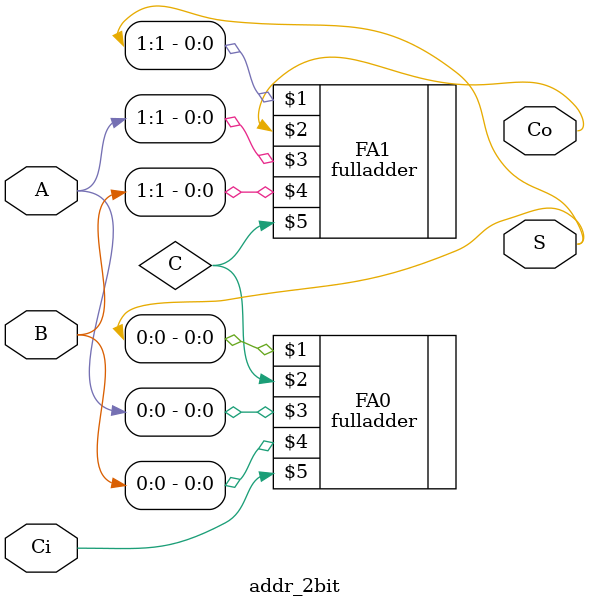
<source format=v>
module addr_2bit(S,Co,A,B,Ci);
	input [1:0] A,B;
	input Ci;
	output [1:0] S;
	output Co;
	wire C;
	fulladder FA0(S[0],C,A[0],B[0],Ci),
			  FA1(S[1],Co,A[1],B[1],C);
endmodule
</source>
